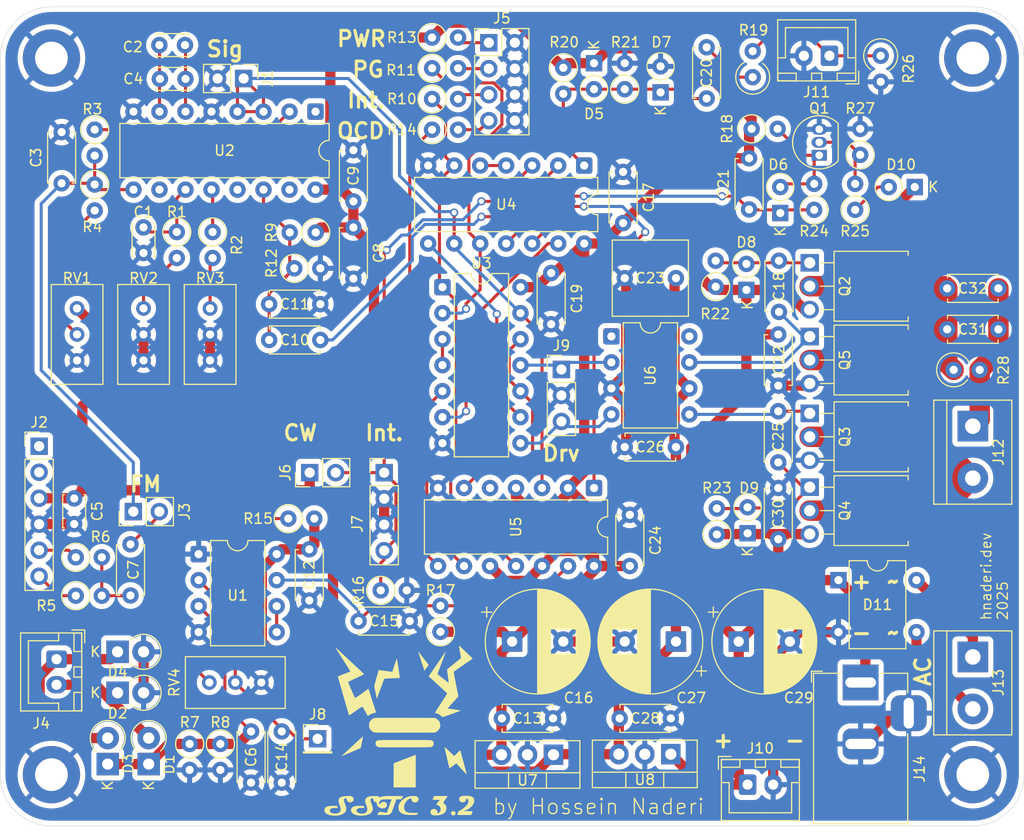
<source format=kicad_pcb>
(kicad_pcb (version 20241229) (generator "pcbnew") (generator_version "9.0")
  (layers (0 "F.Cu" signal) (2 "B.Cu" signal) (13 "F.Paste" user) (15 "B.Paste" user) (5 "F.SilkS" user "F.Silkscreen") (7 "B.SilkS" user "B.Silkscreen") (1 "F.Mask" user) (3 "B.Mask" user) (25 "Edge.Cuts" user))
  (net 0 "")
  (net 1 "+5V")
  (net 2 "Net-(U5B-~{R})")
  (net 3 "FEEDBACK")
  (net 4 "GND")
  (net 5 "Net-(D6-A)")
  (net 6 "AUDIO")
  (net 7 "Net-(D1-A)")
  (net 8 "AUDIO  RIGHT")
  (net 9 "AUDIO  LEFT")
  (net 10 "+9V")
  (net 11 "VDC")
  (net 12 "INT")
  (net 13 "POWER_GOOD")
  (net 14 "SIGNAL")
  (net 15 "DRV2")
  (net 16 "DRV1")
  (net 17 "Net-(U5A-~{R})")
  (net 18 "Net-(U5A-~{Q})")
  (net 20 "OC")
  (net 21 "OCD")
  (net 22 "OCD_STATUS")
  (net 23 "INT_INPUT")
  (net 24 "Net-(D9-A)")
  (net 25 "Net-(J11-Pin_1)")
  (net 26 "Net-(C10-Pad1)")
  (net 27 "Net-(J8-Pin_1)")
  (net 28 "Net-(D6-K)")
  (net 29 "Net-(D5-A)")
  (net 30 "Net-(Q5-G)")
  (net 31 "Net-(D3-A)")
  (net 32 "Net-(D10-A)")
  (net 33 "Net-(Q1-B)")
  (net 34 "Net-(R1-Pad2)")
  (net 35 "Net-(R4-Pad2)")
  (net 36 "Net-(U3-Pad3)")
  (net 37 "Net-(U3-Pad6)")
  (net 38 "Net-(U3-Pad9)")
  (net 39 "Net-(U4-Pad4)")
  (net 40 "Net-(U2-R1)")
  (net 41 "Net-(U2-C1)")
  (net 42 "Net-(U2-C2)")
  (net 43 "Net-(D8-A)")
  (net 44 "Net-(C20-Pad2)")
  (net 45 "Net-(Q3-G)")
  (net 46 "Net-(Q2-D)")
  (net 47 "Net-(J12-Pin_1)")
  (net 48 "Net-(J12-Pin_2)")
  (net 49 "Net-(U2-R2)")
  (net 50 "Net-(R2-Pad2)")
  (net 51 "Net-(U2-PC1)")
  (net 52 "Net-(R15-Pad1)")
  (net 53 "Net-(U1-BAL)")
  (net 60 "Net-(C7-Pad2)")
  (net 61 "Net-(J3-Pin_2)")
  (net 62 "Net-(J13-Pin_1)")
  (net 63 "Net-(J13-Pin_2)")
  (net 66 "Net-(J5-Pin_1)")
  (net 67 "Net-(J5-Pin_5)")
  (net 68 "Net-(J5-Pin_3)")
  (net 69 "Net-(J5-Pin_7)")
  (footprint "Diode_THT:D_DO-35_SOD27_P2.54mm_Vertical_KathodeUp" (layer "F.Cu") (at 101.330686 29.602056 180)
    (property "Reference" "D10")
    (property "Value" "8.2v")
  )
  (footprint "Resistor_THT:R_Axial_DIN0207_L6.3mm_D2.5mm_P2.54mm_Vertical" (layer "F.Cu") (at 91.505 31.830685 90)
    (property "Reference" "R24")
    (property "Value" "560k")
  )
  (footprint "TerminalBlock:TerminalBlock_bornier-2_P5.08mm" (layer "F.Cu") (at 107 75.5 -90)
    (property "Reference" "J13")
    (property "Value" "GDT")
  )
  (footprint "Resistor_THT:R_Axial_DIN0207_L6.3mm_D2.5mm_P2.54mm_Vertical" (layer "F.Cu") (at 33.5 84 -90)
    (property "Reference" "R8")
    (property "Value" "5.1")
  )
  (footprint "Capacitor_THT:C_Disc_D4.7mm_W2.5mm_P5.00mm" (layer "F.Cu") (at 88 64 90)
    (property "Reference" "C30")
    (property "Value" "10u")
  )
  (footprint "Capacitor_THT:CP_Radial_D10.0mm_P5.00mm" (layer "F.Cu") (at 62 74)
    (property "Reference" "C16")
    (property "Value" "470u")
  )
  (footprint "Capacitor_THT:C_Disc_D4.7mm_W2.5mm_P5.00mm" (layer "F.Cu") (at 46.495 31 90)
    (property "Reference" "C9")
    (property "Value" "100n")
  )
  (footprint "Capacitor_THT:C_Disc_D3.0mm_W2.0mm_P2.50mm" (layer "F.Cu") (at 30.095 19.04 180)
    (property "Reference" "C4")
    (property "Value" "220p")
  )
  (footprint "Resistor_THT:R_Axial_DIN0207_L6.3mm_D2.5mm_P2.54mm_Vertical" (layer "F.Cu") (at 82 63.54 90)
    (property "Reference" "R23")
    (property "Value" "1k")
  )
  (footprint "Resistor_THT:R_Axial_DIN0207_L6.3mm_D2.5mm_P2.54mm_Vertical" (layer "F.Cu") (at 85.395 23.915)
    (property "Reference" "R18")
    (property "Value" "1k")
  )
  (footprint "Capacitor_THT:C_Disc_D4.7mm_W2.5mm_P5.00mm" (layer "F.Cu") (at 72.84 28.12 -90)
    (property "Reference" "C17")
    (property "Value" "100n")
  )
  (footprint "Capacitor_THT:C_Disc_D4.7mm_W2.5mm_P5.00mm" (layer "F.Cu") (at 24.7225 64.5 -90)
    (property "Reference" "C7")
    (property "Value" "1u")
  )
  (footprint "Package_DIP:DIP-16_W7.62mm" (layer "F.Cu") (at 42.795 22.235 -90)
    (property "Reference" "U2")
    (property "Value" "4046")
  )
  (footprint "Capacitor_THT:C_Disc_D4.7mm_W2.5mm_P5.00mm" (layer "F.Cu") (at 88.066667 36.8 -90)
    (property "Reference" "C18")
    (property "Value" "100n")
  )
  (footprint "Capacitor_THT:C_Disc_D4.7mm_W2.5mm_P5.00mm" (layer "F.Cu") (at 88 56.5 90)
    (property "Reference" "C25")
    (property "Value" "100n")
  )
  (footprint "Library:BarrelJack_Horizontal" (layer "F.Cu") (at 96.0425 78 90)
    (property "Reference" "J14")
    (property "Value" "DC Jack")
  )
  (footprint "MountingHole:MountingHole_3.2mm_M3_DIN965_Pad_TopBottom" (layer "F.Cu") (at 17 87)
    (property "Reference" "H2" (hide yes))
    (property "Value" "Body")
  )
  (footprint "Resistor_THT:R_Axial_DIN0207_L6.3mm_D2.5mm_P2.54mm_Vertical" (layer "F.Cu") (at 19.3775 65.77)
    (property "Reference" "R6")
    (property "Value" "1k")
  )
  (footprint "Resistor_THT:R_Axial_DIN0207_L6.3mm_D2.5mm_P2.54mm_Vertical" (layer "F.Cu") (at 29.245 33.995 -90)
    (property "Reference" "R1")
    (property "Value" "10k")
  )
  (footprint "LOGO" (layer "F.Cu") (at 51 90)
    (property "Reference" "G***" (hide yes))
    (property "Value" "LOGO" (hide yes))
  )
  (footprint "LOGO" (layer "F.Cu") (at 51.5 81.5)
    (property "Reference" "G***" (hide yes))
    (property "Value" "LOGO" (hide yes))
  )
  (footprint "Capacitor_THT:C_Disc_D4.7mm_W2.5mm_P5.00mm" (layer "F.Cu") (at 47 72)
    (property "Reference" "C15")
    (property "Value" "1n")
  )
  (footprint "Connector_JST:JST_XH_B2B-XH-A_1x02_P2.50mm_Vertical" (layer "F.Cu") (at 93 16.78 180)
    (property "Reference" "J11")
    (property "Value" "Current Transformer")
  )
  (footprint "Connector_JST:JST_XH_B2B-XH-A_1x02_P2.50mm_Vertical" (layer "F.Cu") (at 17.5 75.72 -90)
    (property "Reference" "J4")
    (property "Value" "Current Transformer")
  )
  (footprint "Package_DIP:DIP-8_W7.62mm" (layer "F.Cu") (at 71.695 44.19)
    (property "Reference" "U6")
    (property "Value" "TC4427")
  )
  (footprint "Diode_THT:D_DO-41_SOD81_P2.54mm_Vertical_KathodeUp" (layer "F.Cu") (at 22.5 85.968234 90)
    (property "Reference" "D3")
    (property "Value" "1N5819")
  )
  (footprint "Capacitor_THT:CP_Radial_D10.0mm_P5.00mm" (layer "F.Cu") (at 84.132323 74)
    (property "Reference" "C29")
    (property "Value" "470u")
  )
  (footprint "Capacitor_THT:C_Disc_D4.7mm_W2.5mm_P5.00mm" (layer "F.Cu") (at 104.5 43.5)
    (property "Reference" "C31")
    (property "Value" "10u")
  )
  (footprint "Capacitor_THT:C_Disc_D4.7mm_W2.5mm_P5.00mm" (layer "F.Cu") (at 73.5 61.62 -90)
    (property "Reference" "C24")
    (property "Value" "100n")
  )
  (footprint "Resistor_THT:R_Axial_DIN0207_L6.3mm_D2.5mm_P2.54mm_Vertical" (layer "F.Cu") (at 54.18 21)
    (property "Reference" "R10")
    (property "Value" "330")
  )
  (footprint "Diode_THT:D_DO-41_SOD81_P2.54mm_Vertical_KathodeUp" (layer "F.Cu") (at 26.5 85.968234 90)
    (property "Reference" "D1")
    (property "Value" "1N5819")
  )
  (footprint "Connector_PinHeader_2.54mm:PinHeader_1x04_P2.54mm_Vertical" (layer "F.Cu") (at 49.5 57.5)
    (property "Reference" "J7")
    (property "Value" "Interrupter")
  )
  (footprint "Connector_JST:JST_XH_B2B-XH-A_1x02_P2.50mm_Vertical" (layer "F.Cu") (at 85 87.975)
    (property "Reference" "J10")
    (property "Value" "~")
  )
  (footprint "Resistor_THT:R_Axial_DIN0207_L6.3mm_D2.5mm_P2.54mm_Vertical" (layer "F.Cu") (at 55 73.045 90)
    (property "Reference" "R17")
    (property "Value" "1k")
  )
  (footprint "TerminalBlock:TerminalBlock_bornier-2_P5.08mm" (layer "F.Cu") (at 107 52.96 -90)
    (property "Reference" "J12")
    (property "Value" "GDT")
  )
  (footprint "Diode_THT:D_DO-41_SOD81_P2.54mm_Vertical_KathodeUp" (layer "F.Cu") (at 23.46 79)
    (property "Reference" "D2")
    (property "Value" "1N5819")
  )
  (footprint "Capacitor_THT:C_Disc_D4.7mm_W2.5mm_P5.00mm" (layer "F.Cu") (at 73 55)
    (property "Reference" "C26")
    (property "Value" "100n")
  )
  (footprint "Connector_PinHeader_2.54mm:PinHeader_1x03_P2.54mm_Vertical" (layer "F.Cu") (at 66.815 47.42)
    (property "Reference" "J9")
    (property "Value" "Drive TP")
  )
  (footprint "Resistor_THT:R_Axial_DIN0207_L6.3mm_D2.5mm_P2.54mm_Vertical" (layer "F.Cu") (at 96 26.46 90)
    (property "Reference" "R27")
    (property "Value" "1k")
  )
  (footprint "Resistor_THT:R_Axial_DIN0207_L6.3mm_D2.5mm_P2.54mm_Vertical" (layer "F.Cu") (at 54.18 24)
    (property "Reference" "R14")
    (property "Value" "330")
  )
  (footprint "Library:TO-251-3-1EP_Horizontal_TabDown" (layer "F.Cu") (at 91.066667 37 -90)
    (property "Reference" "Q2")
    (property "Value" "IRFU9024N")
  )
  (footprint "Resistor_THT:R_Axial_DIN0207_L6.3mm_D2.5mm_P2.54mm_Vertical" (layer "F.Cu") (at 81.881667 39.34 90)
    (property "Reference" "R22")
    (property "Value" "1k")
  )
  (footprint "Package_DIP:DIP-14_W7.62mm" (layer "F.Cu") (at 70 59 -90)
    (property "Reference" "U5")
    (property "Value" "74HC74")
  )
  (footprint "Capacitor_THT:C_Disc_D4.7mm_W2.5mm_P5.00mm" (layer "F.Cu") (at 65.815 38 -90)
    (property "Reference" "C19")
    (property "Value" "100n")
  )
  (footprint "Capacitor_THT:C_Disc_D4.7mm_W2.5mm_P5.00mm" (layer "F.Cu") (at 38.265 41.04)
    (property "Reference" "C11")
    (property "Value" "1n")
  )
  (footprint "Diode_THT:D_DO-35_SOD27_P2.54mm_Vertical_KathodeUp" (layer "F.Cu") (at 84.881667 39.651371 90)
    (property "Reference" "D8")
    (property "Value" "1N4148")
  )
  (footprint "Connector_PinHeader_2.54mm:PinHeader_1x02_P2.54mm_Vertical" (layer "F.Cu") (at 42.225 57.5 90)
    (property "Reference" "J6")
    (property "Value" "CW")
  )
  (footprint "Resistor_THT:R_Axial_DIN0207_L6.3mm_D2.5mm_P2.54mm_Vertical" (layer "F.Cu") (at 42.815 34.04 180)
    (property "Reference" "R9")
    (property "Value" "10k")
  )
  (footprint "Resistor_THT:R_Axial_DIN0207_L6.3mm_D2.5mm_P2.54mm_Vertical" (layer "F.Cu") (at 19.3775 69.52)
    (property "Reference" "R5")
    (property "Value" "1k")
  )
  (footprint "Capacitor_THT:C_Disc_D4.7mm_W2.5mm_P5.00mm" (layer "F.Cu") (at 46.495 33.55 -90)
    (property "Reference" "C8")
    (property "Value" "10u")
  )
  (footprint "Resistor_THT:R_Axial_DIN0207_L6.3mm_D2.5mm_P2.54mm_Vertical" (layer "F.Cu") (at 54.18 15)
    (property "Reference" "R13")
    (property "Value" "330")
  )
  (footprint "Diode_THT:D_DO-35_SOD27_P2.54mm_Vertical_KathodeUp" (layer "F.Cu") (at 85 63.425686 90)
    (property "Reference" "D9")
    (property "Value" "1N4148")
  )
  (footprint "MountingHole:MountingHole_3.2mm_M3_DIN965_Pad_TopBottom" (layer "F.Cu") (at 17 17)
    (property "Reference" "H1" (hide yes))
    (property "Value" "Body")
  )
  (footprint "Capacitor_THT:C_Disc_D3.0mm_W2.0mm_P2.50mm" (layer "F.Cu") (at 19.2225 60.02 -90)
    (property "Reference" "C5")
    (property "Value" "22u")
  )
  (footprint "Resistor_THT:R_Axial_DIN0207_L6.3mm_D2.5mm_P2.54mm_Vertical" (layer "F.Cu") (at 67 17.955 -90)
    (property "Reference" "R20")
    (property "Value" "10k")
  )
  (footprint "Capacitor_THT:C_Disc_D4.7mm_W2.5mm_P5.00mm" (layer "F.Cu") (at 17.995 29.235 90)
    (property "Reference" "C3")
    (property "Value" "10n")
  )
  (footprint "Resistor_THT:R_Axial_DIN0309_L9.0mm_D3.2mm_P2.54mm_Vertical" (layer "F.Cu") (at 85.5 18.87 90)
    (property "Reference" "R19")
    (property "Value" "1k")
  )
  (footprint "Resistor_THT:R_Axial_DIN0207_L6.3mm_D2.5mm_P2.54mm_Vertical" (layer "F.Cu") (at 32.745 33.995 -90)
    (property "Reference" "R2")
    (property "Value" "10k")
  )
  (footprint "Diode_THT:D_DO-35_SOD27_P2.54mm_Vertical_KathodeUp" (layer "F.Cu") (at 76.5 20.356371 90)
    (property "Reference" "D7")
    (property "Value" "1N4148")
  )
  (footprint "Capacitor_THT:C_Disc_D4.7mm_W2.5mm_P5.00mm" (layer "F.Cu") (at 81 20.955 90)
    (property "Reference" "C20")
    (property "Value" "100n")
  )
  (footprint "Resistor_THT:R_Axial_DIN0207_L6.3mm_D2.5mm_P2.54mm_Vertical" (layer "F.Cu") (at 73 20.045 90)
    (property "Reference" "R21")
    (property "Value" "10k")
  )
  (footprint "Package_DIP:DIP-14_W7.62mm" (layer "F.Cu") (at 55.195 39.38)
    (property "Reference" "U3")
    (property "Value" "7408")
  )
  (footprint "Resistor_THT:R_Axial_DIN0309_L9.0mm_D3.2mm_P2.54mm_Vertical" (layer "F.Cu") (at 98 16.78 -90)
    (property "Reference" "R26")
    (property "Value" "1k")
  )
  (footprint "Resistor_THT:R_Axial_DIN0207_L6.3mm_D2.5mm_P2.54mm_Vertical" (layer "F.Cu") (at 21.225 29.355 -90)
    (property "Reference" "R4")
    (property "Value" "120k")
  )
  (footprint "Package_DIP:DIP-8_W7.62mm" (layer "F.Cu") (at 31.38 65.46)
    (property "Reference" "U1")
    (property "Value" "LM311")
  )
  (footprint "Resistor_THT:R_Axial_DIN0207_L6.3mm_D2.5mm_P2.54mm_Vertical" (layer "F.Cu") (at 40.725 37.54)
    (property "Reference" "R12")
    (property "Value" "10k")
  )
  (footprint "Package_DIP:DIP-14_W7.62mm" (layer "F.Cu") (at 69.04 27.5 -90)
    (property "Reference" "U4")
    (property "Value" "74HC14")
  )
  (footprint "Potentiometer_THT:Potentiometer_Bourns_3296W_Vertical" (layer "F.Cu") (at 25.995 41.46 90)
    (property "Reference" "RV2")
    (property "Value" "50k")
  )
  (footprint "Resistor_THT:R_Axial_DIN0309_L9.0mm_D3.2mm_P2.54mm_Vertical" (layer "F.Cu") (at 105.13 47.46)
    (property "Reference" "R28")
    (property "Value" "10")
  )
  (footprint "Library:TO-251-3-1EP_Horizontal_TabDown" (layer "F.Cu") (at 91.066667 44.21 -90)
    (property "Reference" "Q5")
    (property "Value" "IRFU024NPBF")
  )
  (footprint "Resistor_THT:R_Axial_DIN0207_L6.3mm_D2.5mm_P2.54mm_Vertical" (layer "F.Cu") (at 95.505 31.830685 90)
    (property "Reference" "R25")
    (property "Value" "1k")
  )
  (footprint "Resistor_THT:R_Axial_DIN0207_L6.3mm_D2.5mm_P2.54mm_Vertical" (layer "F.Cu") (at 49.165 69)
    (property "Reference" "R16")
    (property "Value" "1k")
  )
  (footprint "Capacitor_THT:C_Disc_D4.7mm_W2.5mm_P5.00mm" (layer "F.Cu") (at 43.265 44.54 180)
    (property "Reference" "C10")
    (property "Value" "100n")
  )
  (footprint "Capacitor_THT:C_Disc_D4.7mm_W2.5mm_P5.00mm" (layer "F.Cu") (at 61 81.5)
    (property "Reference" "C13")
    (property "Value" "100n")
  )
  (footprint "Library:TO-251-3-1EP_Horizontal_TabDown" (layer "F.Cu") (at 91.066667 58.92 -90)
    (property "Reference" "Q4")
    (property "Value" "IRFU9024N")
  )
  (footprint "Capacitor_THT:C_Disc_D3.0mm_W2.0mm_P2.50mm" (layer "F.Cu") (at 30.045 15.735 180)
    (property "Reference" "C2")
    (property "Value" "extra")
  )
  (footprint "Capacitor_THT:C_Disc_D4.7mm_W2.5mm_P5.00mm" (layer "F.Cu") (at 42.185 69.99 90)
    (property "Reference" "C12")
    (property "Value" "100n")
  )
  (footprint "MountingHole:MountingHole_3.2mm_M3_DIN965_Pad_TopBottom" (layer "F.Cu") (at 107 17)
    (property "Reference" "H3" (hide yes))
    (property "Value" "Body")
  )
  (footprint "Diode_THT:D_DO-35_SOD27_P2.54mm_Vertical_KathodeUp" (layer "F.Cu") (at 88.195 32.142056 90)
    (property "Reference" "D6")
    (property "Value" "BAT43")
  )
  (footprint "Capacitor_THT:C_Disc_D4.7mm_W2.5mm_P5.00mm" (layer "F.Cu") (at 88 44 -90)
    (property "Reference" "C22")
    (property "Value" "10u")
  )
  (footprint "Diode_THT:D_DO-41_SOD81_P2.54mm_Vertical_KathodeUp" (layer "F.Cu") (at 23.46 75)
    (property "Reference" "D4")
    (property "Value" "1N5819")
  )
  (footprint "Capacitor_THT:C_Disc_D3.0mm_W2.0mm_P2.50mm" (layer "F.Cu") (at 25.995 33.545 -90)
    (property "Reference" "C1")
    (property "Value" "47p")
  )
  (footprint "Connector_PinHeader_2.54mm:PinHeader_1x01_P2.54mm_Vertical" (layer "F.Cu") (at 43 83.5)
    (property "Reference" "J8")
    (property "Value" "OCD TP")
  )
  (footprint "Resistor_THT:R_Axial_DIN0207_L6.3mm_D2.5mm_P2.54mm_Vertical" (layer "F.Cu") (at 40.14 61.99)
    (property "Reference" "R15")
    (property "Value" "1.8k")
  )
  (footprint "Resistor_THT:R_Axial_DIN0207_L6.3mm_D2.5mm_P2.54mm_Vertical" (layer "F.Cu") (at 54.185 18)
    (property "Reference" "R11")
    (property "Value" "330")
  )
  (footprint "Capacitor_THT:CP_Radial_D10.0mm_P5.00mm" (layer "F.Cu") (at 78 74 180)
    (property "Reference" "C27")
    (property "Value" "470u")
  )
  (footprint "Potentiometer_THT:Potentiometer_Bourns_3296W_Vertical" (layer "F.Cu") (at 19.5 41.46 90)
    (property "Reference" "RV1")
    (property "Value" "50k")
  )
  (footprint "Package_TO_SOT_THT:TO-92_Inline" (layer "F.Cu") (at 92 26.5 90)
    (property "Reference" "Q1")
    (property "Value" "BC547")
  )
  (footprint "Connector_PinHeader_2.54mm:PinHeader_1x02_P2.54mm_Vertical" (layer "F.Cu") (at 25 61.305 90)
    (property "Reference" "J3")
    (property "Value" "FM")
  )
  (footprint "Capacitor_THT:C_Disc_D4.7mm_W2.5mm_P5.00mm" (layer "F.Cu") (at 36.5 82.78 -90)
    (property "Reference" "C6")
    (property "Value" "1n")
  )
  (footprint "Diode_THT:D_DO-35_SOD27_P2.54mm_Vertical_KathodeUp" (layer "F.Cu") (at 70 17.505 -90)
    (property "Reference" "D5")
    (property "Value" "1N4148")
  )
  (footprint "Library:TO-251-3-1EP_Horizontal_TabDown" (layer "F.Cu") (at 91.066667 51.71 -90)
    (property "Reference" "Q3")
    (property "Value" "IRFU024NPBF")
  )
  (footprint "Potentiometer_THT:Potentiometer_Bourns_3296W_Vertical" (layer "F.Cu") (at 37.5 78)
    (property "Reference" "RV4")
    (property "Value" "10k")
  )
  (footprint "Package_TO_SOT_THT:TO-220-3_Vertical" (layer "F.Cu") (at 66.04 85.055 180)
    (property "Reference" "U7")
    (property "Value" "LM7805_TO220")
  )
  (footprint "Capacitor_THT:C_Rect_L7.2mm_W7.2mm_P5.00mm_FKS2_FKP2_MKS2_MKP2" (layer "F.Cu") (at 73 38.5)
    (property "Reference" "C23")
    (property "Value" "2u")
  )
  (footprint "Package_TO_SOT_THT:TO-220-3_Vertical" (layer "F.Cu") (at 77.5 85 180)
    (property "Reference" "U8")
    (property "Value" "LM7809_TO220")
  )
  (footprint "Diode_THT:Diode_Bridge_DIP-4_W7.62mm_P5.08mm" (layer "F.Cu") (at 93.88 68)
    (property "Reference" "D11")
    (property "Value" "D_Bridge_+-AA")
  )
  (footprint "Capacitor_THT:C_Disc_D4.7mm_W2.5mm_P5.00mm" (layer "F.Cu") (at 72.5 81.5)
    (property "Reference" "C28")
    (property "Value" "100n")
  )
  (footprint "MountingHole:MountingHole_3.2mm_M3_DIN965_Pad_TopBottom" (layer "F.Cu") (at 107 87)
    (property "Reference" "H4" (hide yes))
    (property "Value" "Body")
  )
  (footprint "Connector_PinHeader_2.54mm:PinHeader_1x02_P2.54mm_Vertical" (layer "F.Cu") (at 35.775 19 -90)
    (property "Reference" "J1")
    (property "Value" "Signal TP")
  )
  (footprint "Capacitor_THT:C_Disc_D4.7mm_W2.5mm_P5.00mm" (layer "F.Cu") (at 104.5 39.5)
    (property "Reference" "C32")
    (property "Value" "10u")
  )
  (footprint "Resistor_THT:R_Axial_DIN0207_L6.3mm_D2.5mm_P2.54mm_Vertical" (layer "F.Cu") (at 21.225 23.995 -90)
    (property "Reference" "R3")
    (property "Value" "22k")
  )
  (footprint "Resistor_THT:R_Axial_DIN0207_L6.3mm_D2.5mm_P2.54mm_Vertical" (layer "F.Cu") (at 30.5 84 -90)
    (property "Reference" "R7")
    (property "Value" "5.1")
  )
  (footprint "Potentiometer_THT:Potentiometer_Bourns_3296W_Vertical" (layer "F.Cu") (at 32.495 41.46 90)
    (property "Reference" "RV3")
    (property "Value" "50k")
  )
  (footprint "Capacitor_THT:C_Disc_D4.7mm_W2.5mm_P5.00mm" (layer "F.Cu") (at 85.145 31.790685 90)
    (property "Reference" "C21")
    (property "Value" "2.2u")
  )
  (footprint "Connector_PinHeader_2.54mm:PinHeader_2x04_P2.54mm_Vertical" (layer "F.Cu") (at 59.725 15.5)
    (property "Reference" "J5")
    (property "Value" "Status")
  )
  (footprint "Connector_PinHeader_2.54mm:PinHeader_1x06_P2.54mm_Vertical" (layer "F.Cu") (at 15.7975 54.92)
    (property "Reference" "J2")
    (property "Value" "Bluetooth Module (MH-M18)")
  )
  (footprint "Capacitor_THT:C_Disc_D4.7mm_W2.5mm_P5.00mm" (layer "F.Cu") (at 39.5 87.78 90)
    (property "Reference" "C14")
    (property "Value" "100n")
  )
  (gr_rect (start 101 56.5) (end 103 58) (stroke (width 0.2)) (fill yes) (layer "F.Cu") (net 48))
  (gr_rect (start 95.5 40) (end 104 46) (stroke (width 0.2)) (fill yes) (layer "F.Cu") (net 46))
  (gr_rect (start 95.5 56) (end 101.5 60) (stroke (width 0.2)) (fill yes) (layer "F.Cu") (net 48))
  (gr_line (start 107 92) (end 17 92) (stroke (width 0.05)) (layer "Edge.Cuts"))
  (gr_line (start 12 87) (end 12 17) (stroke (width 0.05)) (layer "Edge.Cuts"))
  (gr_line (start 17 12) (end 107 12) (stroke (width 0.05)) (layer "Edge.Cuts"))
  (gr_arc (start 107 12) (mid 110.535534 13.464466) (end 112 17) (stroke (width 0.05)) (layer "Edge.Cuts"))
  (gr_arc (start 12 17) (mid 13.464466 13.464466) (end 17 12) (stroke (width 0.05)) (layer "Edge.Cuts"))
  (gr_arc (start 17 92) (mid 13.464466 90.535534) (end 12 87) (stroke (width 0.05)) (layer "Edge.Cuts"))
  (gr_line (start 112 17) (end 112 87) (stroke (width 0.05)) (layer "Edge.Cuts"))
  (gr_arc (start 112 87) (mid 110.535534 90.535534) (end 107 92) (stroke (width 0.05)) (layer "Edge.Cuts"))
  (gr_text "-" (at 95 74 0) (layer "F.SilkS") (effects (font (size 1.5 1.5) (thickness 0.3) (bold yes)) (justify left bottom)))
  (gr_text "-" (at 88.5 84.5 0) (layer "F.SilkS") (effects (font (size 1.5 1.5) (thickness 0.3) (bold yes)) (justify left bottom)))
  (gr_text "+" (at 95 69 0) (layer "F.SilkS") (effects (font (size 1.5 1.5) (thickness 0.3) (bold yes)) (justify left bottom)))
  (gr_text "Drv" (at 64.815 56.5 0) (layer "F.SilkS") (effects (font (size 1.5 1.5) (thickness 0.3) (bold yes)) (justify left bottom)))
  (gr_text "CW" (at 39.5 54.5 0) (layer "F.SilkS") (effects (font (size 1.5 1.5) (thickness 0.3) (bold yes)) (justify left bottom)))
  (gr_text "~" (at 98.5 74 0) (layer "F.SilkS") (effects (font (size 1.5 1.5) (thickness 0.3) (bold yes)) (justify left bottom)))
  (gr_text "Int." (at 47.5 54.5 0) (layer "F.SilkS") (effects (font (size 1.5 1.5) (thickness 0.3) (bold yes)) (justify left bottom)))
  (gr_text "AC" (at 103 78.5 90) (layer "F.SilkS") (effects (font (size 1.5 1.5) (thickness 0.3) (bold yes)) (justify left bottom)))
  (gr_text "by Hossein Naderi" (at 60 91 0) (layer "F.SilkS") (effects (font (size 1.5 1.5) (thickness 0.125)) (justify left bottom)))
  (gr_text "OCD" (at 44.725 25 0) (layer "F.SilkS") (effects (font (size 1.5 1.5) (thickness 0.3) (bold yes)) (justify left bottom)))
  (gr_text "Sig" (at 32 17 0) (layer "F.SilkS") (effects (font (size 1.5 1.5) (thickness 0.3) (bold yes)) (justify left bottom)))
  (gr_text "Int." (at 45.725 22 0) (layer "F.SilkS") (effects (font (size 1.5 1.5) (thickness 0.3) (bold yes)) (justify left bottom)))
  (gr_text "+" (at 81.5 84.5 0) (layer "F.SilkS") (effects (font (size 1.5 1.5) (thickness 0.3) (bold yes)) (justify left bottom)))
  (gr_text "PWR" (at 44.725 16 0) (layer "F.SilkS") (effects (font (size 1.5 1.5) (thickness 0.3) (bold yes)) (justify left bottom)))
  (gr_text "PG" (at 46.225 19 0) (layer "F.SilkS") (effects (font (size 1.5 1.5) (thickness 0.3) (bold yes)) (justify left bottom)))
  (gr_text "~" (at 98.5 69 0) (layer "F.SilkS") (effects (font (size 1.5 1.5) (thickness 0.3) (bold yes)) (justify left bottom)))
  (gr_text "FM" (at 24.5 59.5 0) (layer "F.SilkS") (effects (font (size 1.5 1.5) (thickness 0.3) (bold yes)) (justify left bottom)))
  (gr_text "hnaderi.dev\n2025" (at 110.5 72 90) (layer "F.SilkS") (effects (font (size 1 1) (thickness 0.125)) (justify left bottom)))
  (segment (start 67.45 17.505) (end 67 17.955) (width 1) (layer "F.Cu") (net 1))
  (segment (start 42.225 58.995001) (end 42 59.220001) (width 1) (layer "F.Cu") (net 1))
  (segment (start 62.38 59.88) (end 62.38 59) (width 1) (layer "F.Cu") (net 1))
  (segment (start 70 66) (end 70 61.54) (width 1) (layer "F.Cu") (net 1))
  (segment (start 66.371 65.169) (end 69.169 65.169) (width 1) (layer "F.Cu") (net 1))
  (segment (start 70.84 35.12) (end 72.84 33.12) (width 1) (layer "F.Cu") (net 1))
  (segment (start 70 17.505) (end 67.45 17.505) (width 1) (layer "F.Cu") (net 1))
  (segment (start 42.795 29.855) (end 45.35 29.855) (width 1) (layer "F.Cu") (net 1))
  (segment (start 85.395 23.915) (end 85.395 22.895) (width 1) (layer "F.Cu") (net 1))
  (segment (start 70 66.62) (end 70 66) (width 1) (layer "F.Cu") (net 1))
  (segment (start 55.631 13.549) (end 62.594 13.549) (width 1) (layer "F.Cu") (net 1))
  (segment (start 20.022499 59.220001) (end 20.022499 50.977501) (width 1) (layer "F.Cu") (net 1))
  (segment (start 66 61) (end 63.5 61) (width 1) (layer "F.Cu") (net 1))
  (segment (start 64.92 66.62) (end 66.371 65.169) (width 1) (layer "F.Cu") (net 1))
  (segment (start 85.145 26.790685) (end 85.145 24.165) (width 1) (layer "F.Cu") (net 1))
  (segment (start 60.96 85) (end 60.96 75.04) (width 1) (layer "F.Cu") (net 1))
  (segment (start 62 74) (end 64 72) (width 1) (layer "F.Cu") (net 1))
  (segment (start 43.305 33.55) (end 42.815 34.04) (width 1) (layer "F.Cu") (net 1))
  (segment (start 46.495 31) (end 46.495 33.55) (width 1) (layer "F.Cu") (net 1))
  (segment (start 20.022499 59.220001) (end 19.2225 60.02) (width 1) (layer "F.Cu") (net 1))
  (segment (start 69.04 57.42) (end 69.04 35.12) (width 1) (layer "F.Cu") (net 1))
  (segment (start 44.246 28.751) (end 44.246 16.254) (width 1) (layer "F.Cu") (net 1))
  (segment (start 55 73.045) (end 61.045 73.045) (width 1) (layer "F.Cu") (net 1))
  (segment (start 65.815 38) (end 66.16 38) (width 1) (layer "F.Cu") (net 1))
  (segment (start 72.84 33.12) (end 79.169315 26.790685) (width 1) (layer "F.Cu") (net 1))
  (segment (start 62.815 39.38) (end 64.435 39.38) (width 1) (layer "F.Cu") (net 1))
  (segment (start 38.5 46.5) (end 36.5 48.5) (width 1) (layer "F.Cu") (net 1))
  (segment (start 36.5 48.5) (end 22.5 48.5) (width 1) (layer "F.Cu") (net 1))
  (segment (start 67.46 59) (end 67.46 59.54) (width 1) (layer "F.Cu") (net 1))
  (segment (start 69.169 65.169) (end 70 66) (width 1) (layer "F.Cu") (net 1))
  (segment (start 44.995 46.5) (end 38.5 46.5) (width 1) (layer "F.Cu") (net 1))
  (segment (start 65.066012 72) (end 70.446012 66.62) (width 1) (layer "F.Cu") (net 1))
  (segment (start 44.5 74.357024) (end 44.5 61.270001) (width 1) (layer "F.Cu") (net 1))
  (segment (start 61.045 73.045) (end 62 74) (width 1) (layer "F.Cu") (net 1))
  (segment (start 22.5 48.5) (end 22.5 44.46) (width 1) (layer "F.Cu") (net 1))
  (segment (start 15.7975 60) (end 19.2025 60) (width 1) (layer "F.Cu") (net 1))
  (segment (start 48.5 35.555) (end 48.5 42.995) (width 1) (layer "F.Cu") (net 1))
  (segment (start 20.022499 50.977501) (end 22.5 48.5) (width 1) (layer "F.Cu") (net 1))
  (segment (start 61.291 68.071) (end 59.84 66.62) (width 1) (layer "F.Cu") (net 1))
  (segment (start 42 59.220001) (end 20.022499 59.220001) (width 1) (layer "F.Cu") (net 1))
  (segment (start 60.96 75.04) (end 62 74) (width 1) (layer "F.Cu") (net 1))
  (segment (start 70.446012 66.62) (end 72 66.62) (width 1) (layer "F.Cu") (net 1))
  (segment (start 46.495 33.55) (end 48.5 35.555) (width 1) (layer "F.Cu") (net 1))
  (segment (start 63.5 61) (end 62.38 59.88) (width 1) (layer "F.Cu") (net 1))
  (segment (start 45.5 15) (end 54.18 15) (width 1) (layer "F.Cu") (net 1))
  (segment (start 64.92 66.62) (end 63.469 68.071) (width 1) (layer "F.Cu") (net 1))
  (segment (start 79.169315 26.790685) (end 85.145 26.790685) (width 1) (layer "F.Cu") (net 1))
  (segment (start 66.16 38) (end 69.04 35.12) (width 1) (layer "F.Cu") (net 1))
  (segment (start 22.5 44.46) (end 19.5 41.46) (width 1) (layer "F.Cu") (net 1))
  (segment (start 44.246 16.254) (end 45.5 15) (width 1) (layer "F.Cu") (net 1))
  (segment (start 70 61.54) (end 67.46 59) (width 1) (layer "F.Cu") (net 1))
  (segment (start 54.18 15) (end 55.631 13.549) (width 1) (layer "F.Cu") (net 1))
  (segment (start 60.96 85.055) (end 55.197976 85.055) (width 1) (layer "F.Cu") (net 1))
  (segment (start 45.35 29.855) (end 46.495 31) (width 1) (layer "F.Cu") (net 1))
  (segment (start 67.46 59) (end 69.04 57.42) (width 1) (layer "F.Cu") (net 1))
  (segment (start 64.435 39.38) (end 65.815 38) (width 1) (layer "F.Cu") (net 1))
  (segment (start 71.451 16.054) (end 70 17.505) (width 1) (layer "F.Cu") (net 1))
  (segment (start 48.5 42.995) (end 44.995 46.5) (width 1) (layer "F.Cu") (net 1))
  (segment (start 69.04 35.12) (end 70.84 35.12) (width 1) (layer "F.Cu") (net 1))
  (segment (start 85.395 22.895) (end 78.554 16.054) (width 1) (layer "F.Cu") (net 1))
  (segment (start 62.594 13.549) (end 67 17.955) (width 1) (layer "F.Cu") (net 1))
  (segment (start 44.5 61.270001) (end 42.225 58.995001) (width 1) (layer "F.Cu") (net 1))
  (segment (start 64 72) (end 65.066012 72) (width 1) (layer "F.Cu") (net 1))
  (segment (start 67.46 59.54) (end 66 61) (width 1) (layer "F.Cu") (net 1))
  (segment (start 46.495 31) (end 44.246 28.751) (width 1) (layer "F.Cu") (net 1))
  (segment (start 72 66.62) (end 73.5 66.62) (width 1) (layer "F.Cu") (net 1))
  (segment (start 42.225 57.5) (end 42.225 58.995001) (width 1) (layer "F.Cu") (net 1))
  (segment (start 55.197976 85.055) (end 44.5 74.357024) (width 1) (layer "F.Cu") (net 1))
  (segment (start 46.495 33.55) (end 43.305 33.55) (width 1) (layer "F.Cu") (net 1))
  (segment (start 78.554 16.054) (end 71.451 16.054) (width 1) (layer "F.Cu") (net 1))
  (segment (start 70 66.62) (end 72 66.62) (width 1) (layer "F.Cu") (net 1))
  (segment (start 61.291 68.071) (end 63.469 68.071) (width 1) (layer "F.Cu") (net 1))
  (segment (start 85.145 24.165) (end 85.395 23.915) (width 1) (layer "F.Cu") (net 1))
  (segment (start 55 70.505) (end 48.495 70.505) (width 0.3) (layer "F.Cu") (net 2))
  (segment (start 48.495 70.505) (end 47 72) (width 0.3) (layer "F.Cu") (net 2))
  (segment (start 63.575 70.505) (end 67.46 66.62) (width 0.3) (layer "F.Cu") (net 2))
  (segment (start 55 70.505) (end 63.575 70.505) (width 0.3) (layer "F.Cu") (net 2))
  (segment (start 39 68) (end 44 68) (width 0.3) (layer "B.Cu") (net 2))
  (segment (start 44 68) (end 47 71) (width 0.3) (layer "B.Cu") (net 2))
  (segment (start 47 71) (end 47 72) (width 0.3) (layer "B.Cu") (net 2))
  (segment (start 40.275 34.04) (end 40.275 37.09) (width 0.3) (layer "F.Cu") (net 3))
  (segment (start 37.715 31.48) (end 40.275 34.04) (width 0.3) (layer "F.Cu") (net 3))
  (segment (start 38.265 40) (end 38.265 41.04) (width 0.3) (layer "F.Cu") (net 3))
  (segment (start 40.725 37.54) (end 38.265 40) (width 0.3) (layer "F.Cu") (net 3))
  (segment (start 38.265 41.04) (end 38.265 44.54) (width 0.3) (layer "F.Cu") (net 3))
  (segment (start 37.715 29.855) (end 37.715 31.48) (width 0.3) (layer "F.Cu") (net 3))
  (segment (start 88 49) (end 90.856667 49) (width 1) (layer "F.Cu") (net 4))
  (segment (start 73 74) (end 67 74) (width 1) (layer "F.Cu") (net 4))
  (segment (start 99.5 81) (end 96.5 84) (width 1) (layer "F.Cu") (net 4))
  (segment (start 32.495 44) (end 32.495 46.54) (width 1) (layer "F.Cu") (net 4))
  (segment (start 87.5 87.975) (end 87.5 75.632323) (width 1) (layer "F.Cu") (net 4))
  (segment (start 73.146 47.819) (end 71.695 49.27) (width 1) (layer "F.Cu") (net 4))
  (segment (start 49.5 60.04) (end 49.5 62.58) (width 1) (layer "F.Cu") (net 4))
  (segment (start 90.052323 73.08) (end 89.132323 74) (width 1) (layer "F.Cu") (net 4))
  (segment (start 73.146 54.854) (end 73.146 50.721) (width 1) (layer "F.Cu") (net 4))
  (segment (start 93.88 73.08) (end 90.052323 73.08) (width 1) (layer "F.Cu") (net 4))
  (segment (start 26 75) (end 26 79) (width 1) (layer "F.Cu") (net 4))
  (segment (start 73.146 38.646) (end 73.146 47.819) (width 1) (layer "F.Cu") (net 4))
  (segment (start 19.2225 62.52) (end 15.8175 62.52) (width 1) (layer "F.Cu") (net 4))
  (segment (start 71.695 49.27) (end 73.146 50.721) (width 1) (layer "F.Cu") (net 4))
  (segment (start 25.995 44) (end 25.995 46.54) (width 1) (layer "F.Cu") (net 4))
  (segment (start 87.5 75.632323) (end 89.132323 74) (width 1) (layer "F.Cu") (net 4))
  (segment (start 91.505 29.290685) (end 91.505 26.995) (width 0.3) (layer "F.Cu") (net 5))
  (segment (start 91.505 26.995) (end 92 26.5) (width 0.3) (layer "F.Cu") (net 5))
  (segment (start 90.52 26.5) (end 87.935 23.915) (width 0.3) (layer "F.Cu") (net 5))
  (segment (start 92 26.5) (end 90.52 26.5) (width 0.3) (layer "F.Cu") (net 5))
  (segment (start 91.505 29.290685) (end 88.506371 29.290685) (width 0.3) (layer "F.Cu") (net 5))
  (segment (start 25.015 29.855) (end 21.725 29.855) (width 0.3) (layer "F.Cu") (net 6))
  (segment (start 21.725 29.855) (end 21.225 29.355) (width 0.3) (layer "F.Cu") (net 6))
  (segment (start 21.225 29.355) (end 21.225 26.535) (width 0.3) (layer "F.Cu") (net 6))
  (segment (start 17.995 29.235) (end 21.105 29.235) (width 0.3) (layer "F.Cu") (net 6))
  (segment (start 25 61.305) (end 25 56.5) (width 0.3) (layer "B.Cu") (net 6))
  (segment (start 25 56.5) (end 16 47.5) (width 0.3) (layer "B.Cu") (net 6))
  (segment (start 16 47.5) (end 16 31.23) (width 0.3) (layer "B.Cu") (net 6))
  (segment (start 16 31.23) (end 17.995 29.235) (width 0.3) (layer "B.Cu") (net 6))
  (segment (start 17.5 78.22) (end 21.291766 78.22) (width 1) (layer "F.Cu") (net 7))
  (segment (start 21.291766 78.22) (end 26.5 83.428234) (width 1) (layer "F.Cu") (net 7))
  (segment (start 15.7975 67.62) (end 17.6975 69.52) (width 0.3) (layer "F.Cu") (net 8))
  (segment (start 17.6975 69.52) (end 19.3775 69.52) (width 0.3) (layer "F.Cu") (net 8))
  (segment (start 15.7975 65.08) (end 18.6875 65.08) (width 0.3) (layer "F.Cu") (net 9))
  (segment (start 18.6875 65.08) (end 19.3775 65.77) (width 0.3) (layer "F.Cu") (net 9))
  (segment (start 39 65.46) (end 37.549 66.911) (width 1) (layer "F.Cu") (net 10))
  (segment (start 42.68 64.495) (end 42.185 64.99) (width 1) (layer "F.Cu") (net 10))
  (segment (start 42.185 64.99) (end 39.47 64.99) (width 1) (layer "F.Cu") (net 10))
  (segment (start 77.864 38.636) (end 77.864 47.819) (width 1) (layer "F.Cu") (net 10))
  (segment (start 77.864 47.819) (end 79.315 49.27) (width 1) (layer "F.Cu") (net 10))
  (segment (start 72.42 79.58) (end 78 74) (width 1) (layer "F.Cu") (net 10))
  (segment (start 77.864 50.721) (end 79.315 49.27) (width 1) (layer "F.Cu") (net 10))
  (segment (start 37.549 66.911) (end 37.549 74.049) (width 1) (layer "F.Cu") (net 10))
  (segment (start 42.68 61.99) (end 42.68 64.495) (width 1) (layer "F.Cu") (net 10))
  (segment (start 72.42 85) (end 72.42 79.58) (width 1) (layer "F.Cu") (net 10))
  (segment (start 64.389 86.706) (end 66.04 85.055) (width 1) (layer "F.Cu") (net 10))
  (segment (start 77.864 54.864) (end 77.864 50.721) (width 1) (layer "F.Cu") (net 10))
  (segment (start 37.549 74.049) (end 50.206 86.706) (width 1) (layer "F.Cu") (net 10))
  (segment (start 72.42 85) (end 66.095 85) (width 1) (layer "F.Cu") (net 10))
  (segment (start 39.47 64.99) (end 39 65.46) (width 1) (layer "F.Cu") (net 10))
  (segment (start 50.206 86.706) (end 64.389 86.706) (width 1) (layer "F.Cu") (net 10))
  (segment (start 78 74) (end 78 55) (width 1) (layer "F.Cu") (net 10))
  (segment (start 88 70.132323) (end 84.132323 74) (width 1) (layer "F.Cu") (net 11))
  (segment (start 88 44) (end 84.881667 44) (width 1) (layer "F.Cu") (net 11))
  (segment (start 81.881667 39.34) (end 81.34 39.34) (width 1) (layer "F.Cu") (net 11))
  (segment (start 90.5509 41.58) (end 91.0218 41.58) (width 1) (layer "F.Cu") (net 11))
  (segment (start 91.066667 63.5) (end 88.5 63.5) (width 1) (layer "F.Cu") (net 11))
  (segment (start 80.475 87.975) (end 77.5 85) (width 1) (layer "F.Cu") (net 11))
  (segment (start 96.5 78) (end 96.5 70.62) (width 1) (layer "F.Cu") (net 11))
  (segment (start 96.5 70.62) (end 93.88 68) (width 1) (layer "F.Cu") (net 11))
  (segment (start 81.5 34.5) (end 96.432742 34.5) (width 1) (layer "F.Cu") (net 11))
  (segment (start 84.132323 74) (end 79.5 69.367677) (width 1) (layer "F.Cu") (net 11))
  (segment (start 90.132323 68) (end 88 70.132323) (width 1) (layer "F.Cu") (net 11))
  (segment (start 84.881667 39.651371) (end 88.622271 39.651371) (width 1) (layer "F.Cu") (net 11))
  (segment (start 93.88 68) (end 90.132323 68) (width 1) (layer "F.Cu") (net 11))
  (segment (start 88 64) (end 88 70.132323) (width 1) (layer "F.Cu") (net 11))
  (segment (start 79.5 55.049) (end 84.881667 49.667333) (width 1) (layer "F.Cu") (net 11))
  (segment (start 88.5 63.5) (end 82 63.5) (width 1) (layer "F.Cu") (net 11))
  (segment (start 80 38) (end 80 36) (width 1) (layer "F.Cu") (net 11))
  (segment (start 80 36) (end 81.5 34.5) (width 1) (layer "F.Cu") (net 11))
  (segment (start 82.193038 39.651371) (end 81.881667 39.34) (width 1) (layer "F.Cu") (net 11))
  (segment (start 96.432742 34.5) (end 101.330686 29.602056) (width 1) (layer "F.Cu") (net 11))
  (segment (start 85 87.975) (end 80.475 87.975) (width 1) (layer "F.Cu") (net 11))
  (segment (start 88.622271 39.651371) (end 90.5509 41.58) (width 1) (layer "F.Cu") (net 11))
  (segment (start 84.881667 49.667333) (end 84.881667 44) (width 1) (layer "F.Cu") (net 11))
  (segment (start 79.5 69.367677) (end 79.5 55.049) (width 1) (layer "F.Cu") (net 11))
  (segment (start 81.34 39.34) (end 80 38) (width 1) (layer "F.Cu") (net 11))
  (segment (start 84.881667 39.651371) (end 82.193038 39.651371) (width 1) (layer "F.Cu") (net 11))
  (segment (start 84.132323 87.107323) (end 85 87.975) (width 1) (layer "F.Cu") (net 11))
  (segment (start 84.132323 74) (end 84.132323 87.107323) (width 1) (layer "F.Cu") (net 11))
  (segment (start 84.881667 44) (end 84.881667 39.651371) (width 1) (layer "F.Cu") (net 11))
  (segment (start 90.617677 63.5) (end 88.5 63.5) (width 1) (layer "F.Cu") (net 11))
  (segment (start 62.38 66.62) (end 56 60.24) (width 0.3) (layer "F.Cu") (net 12))
  (segment (start 56.5 40.685) (end 55.195 39.38) (width 0.3) (layer "F.Cu") (net 12))
  (segment (start 56.34 27.5) (end 54.901 28.939) (width 0.3) (layer "F.Cu") (net 12))
  (segment (start 54.901 28.939) (end 54.901 39) (width 0.3) (layer "F.Cu") (net 12))
  (segment (start 56 60.24) (end 56 57.5) (width 0.3) (layer "F.Cu") (net 12))
  (segment (start 55.5 26.66) (end 56.34 27.5) (width 0.3) (layer "F.Cu") (net 12))
  (segment (start 56.5 57) (end 56.5 40.685) (width 0.3) (layer "F.Cu") (net 12))
  (segment (start 56 57.5) (end 56.5 57) (width 0.3) (layer "F.Cu") (net 12))
  (segment (start 55.5 22.32) (end 54.18 21) (width 0.3) (layer "F.Cu") (net 12))
  (segment (start 55.5 22.32) (end 55.5 26.66) (width 0.3) (layer "F.Cu") (net 12))
  (segment (start 57.779 26.69376) (end 61 23.47276) (width 0.3) (layer "F.Cu") (net 13))
  (segment (start 57.5 41.5) (end 57.5 41) (width 0.3) (layer "F.Cu") (net 13))
  (segment (start 57.5 41) (end 58.88 39.62) (width 0.3) (layer "F.Cu") (net 13))
  (segment (start 58.88 35.12) (end 57.779 34.019) (width 0.3) (layer "F.Cu") (net 13))
  (segment (start 61 20.22724) (end 60.20176 19.429) (width 0.3) (layer "F.Cu") (net 13))
  (segment (start 58.88 39.62) (end 58.88 35.12) (width 0.3) (layer "F.Cu") (net 13))
  (segment (start 57.779 34.019) (end 57.779 26.69376) (width 0.3) (layer "F.Cu") (net 13))
  (segment (start 55.614 19.429) (end 54.185 18) (width 0.3) (layer "F.Cu") (net 13))
  (segment (start 61 23.47276) (end 61 20.22724) (width 0.3) (layer "F.Cu") (net 13))
  (segment (start 60.20176 19.429) (end 55.614 19.429) (width 0.3) (layer "F.Cu") (net 13))
  (via (at 57.5 41.5) (size 0.8) (drill 0.5) (layers "F.Cu" "B.Cu") (net 13))
  (segment (start 57.08 41.92) (end 57.5 41.5) (width 0.3) (layer "B.Cu") (net 13))
  (segment (start 55.195 41.92) (end 57.08 41.92) (width 0.3) (layer "B.Cu") (net 13))
  (segment (start 35.175 22.235) (end 35.175 19.6) (width 0.3) (layer "F.Cu") (net 14))
  (segment (start 62.815 41.92) (end 64.92 44.025) (width 0.3) (layer "F.Cu") (net 14))
  (segment (start 37.715 20.94) (end 35.775 19) (width 0.3) (layer "F.Cu") (net 14))
  (segment (start 64.92 44.025) (end 64.92 59) (width 0.3) (layer "F.Cu") (net 14))
  (segment (start 56.34 32.099) (end 56.34 35.12) (width 0.3) (layer "F.Cu") (net 14))
  (segment (start 37.715 22.235) (end 37.715 20.94) (width 0.3) (layer "F.Cu") (net 14))
  (segment (start 37.715 22.235) (end 35.175 22.235) (width 0.3) (layer "F.Cu") (net 14))
  (via (at 56.34 32.099) (size 0.8) (drill 0.5) (layers "F.Cu" "B.Cu") (net 14))
  (segment (start 56.34 32.099) (end 56.241 32) (width 0.3) (layer "B.Cu") (net 14))
  (segment (start 56.241 32) (end 54.5 32) (width 0.3) (layer "B.Cu") (net 14))
  (segment (start 62.815 41.92) (end 56.34 35.445) (width 0.3) (layer "B.Cu") (net 14))
  (segment (start 54.5 32) (end 51 28.5) (width 0.3) (layer "B.Cu") (net 14))
  (segment (start 46 19) (end 35.775 19) (width 0.3) (layer "B.Cu") (net 14))
  (segment (start 51 24) (end 46 19) (width 0.3) (layer "B.Cu") (net 14))
  (segment (start 51 28.5) (end 51 24) (width 0.3) (layer "B.Cu") (net 14))
  (segment (start 62.815 47) (end 66.395 47) (width 0.3) (layer "B.Cu") (net 15))
  (segment (start 71.695 46.73) (end 67.505 46.73) (width 0.3) (layer "B.Cu") (net 15))
  (segment (start 70.505 53) (end 67.315 53) (width 0.3) (layer "B.Cu") (net 16))
  (segment (start 71.695 51.81) (end 70.505 53) (width 0.3) (layer "B.Cu") (net 16))
  (segment (start 67.315 53) (end 66.815 52.5) (width 0.3) (layer "B.Cu") (net 16))
  (segment (start 62.815 54.62) (end 64.695 54.62) (width 0.3) (layer "B.Cu") (net 16))
  (segment (start 64.695 54.62) (end 66.815 52.5) (width 0.3) (layer "B.Cu") (net 16))
  (segment (start 70 39) (end 70 58.2) (width 0.3) (layer "F.Cu") (net 17))
  (segment (start 75 34) (end 70 39) (width 0.3) (layer "F.Cu") (net 17))
  (segment (start 63.96 35.12) (end 67.58 31.5) (width 0.3) (layer "F.Cu") (net 17))
  (segment (start 67.58 31.5) (end 69 31.5) (width 0.3) (layer "F.Cu") (net 17))
  (via (at 75 34) (size 0.8) (drill 0.5) (layers "F.Cu" "B.Cu") (net 17))
  (via (at 69 31.5) (size 0.8) (drill 0.5) (layers "F.Cu" "B.Cu") (net 17))
  (segment (start 72.77705 31.5) (end 75 33.72295) (width 0.3) (layer "B.Cu") (net 17))
  (segment (start 69 31.5) (end 72.77705 31.5) (width 0.3) (layer "B.Cu") (net 17))
  (segment (start 75 33.72295) (end 75 34) (width 0.3) (layer "B.Cu") (net 17))
  (segment (start 62.815 49.54) (end 64 50.725) (width 0.3) (layer "F.Cu") (net 18))
  (segment (start 61.714 45.561) (end 62.815 44.46) (width 0.3) (layer "F.Cu") (net 18))
  (segment (start 59.3 57) (end 57.3 59) (width 0.3) (layer "F.Cu") (net 18))
  (segment (start 64 50.725) (end 64 56) (width 0.3) (layer "F.Cu") (net 18))
  (segment (start 61.714 48.439) (end 61.714 45.561) (width 0.3) (layer "F.Cu") (net 18))
  (segment (start 64 56) (end 63 57) (width 0.3) (layer "F.Cu") (net 18))
  (segment (start 63 57) (end 59.3 57) (width 0.3) (layer "F.Cu") (net 18))
  (segment (start 62.815 49.54) (end 61.714 48.439) (width 0.3) (layer "F.Cu") (net 18))
  (segment (start 35.28 84) (end 36.5 82.78) (width 1) (layer "F.Cu") (net 20))
  (segment (start 26.5 85.968234) (end 28.468234 84) (width 1) (layer "F.Cu") (net 20))
  (segment (start 22.5 85.968234) (end 26.5 85.968234) (width 1) (layer "F.Cu") (net 20))
  (segment (start 33.939 73.099) (end 31.38 70.54) (width 0.3) (layer "F.Cu") (net 20))
  (segment (start 33.5 84) (end 35.28 84) (width 1) (layer "F.Cu") (net 20))
  (segment (start 36.5 82.78) (end 33.939 80.219) (width 0.3) (layer "F.Cu") (net 20))
  (segment (start 33.939 80.219) (end 33.939 73.099) (width 0.3) (layer "F.Cu") (net 20))
  (segment (start 28.468234 84) (end 33.5 84) (width 1) (layer "F.Cu") (net 20))
  (segment (start 53.659 62.979) (end 57.3 66.62) (width 0.3) (layer "F.Cu") (net 21))
  (segment (start 53.659 51.076) (end 53.659 62.979) (width 0.3) (layer "F.Cu") (net 21))
  (segment (start 55.195 49.54) (end 53.659 51.076) (width 0.3) (layer "F.Cu") (net 21))
  (segment (start 52 26.18) (end 52 63.86) (width 0.3) (layer "F.Cu") (net 22))
  (segment (start 52 63.86) (end 54.76 66.62) (width 0.3) (layer "F.Cu") (net 22))
  (segment (start 54.18 24) (end 52 26.18) (width 0.3) (layer "F.Cu") (net 22))
  (segment (start 49.5 57.5) (end 50.651 58.651) (width 0.3) (layer "F.Cu") (net 23))
  (segment (start 50.651 63.969) (end 49.5 65.12) (width 0.3) (layer "F.Cu") (net 23))
  (segment (start 49.165 66.335) (end 49.165 69.5) (width 0.3) (layer "F.Cu") (net 23))
  (segment (start 49.5 36) (end 49.5 57.5) (width 0.3) (layer "F.Cu") (net 23))
  (segment (start 49.5 66) (end 49.165 66.335) (width 0.3) (layer "F.Cu") (net 23))
  (segment (start 49.5 65.12) (end 49.5 66) (width 0.3) (layer "F.Cu") (net 23))
  (segment (start 59 31) (end 60.46 31) (width 0.3) (layer "F.Cu") (net 23))
  (segment (start 50.651 58.651) (end 50.651 63.969) (width 0.3) (layer "F.Cu") (net 23))
  (segment (start 60.46 31) (end 63.96 27.5) (width 0.3) (layer "F.Cu") (net 23))
  (segment (start 49.75 35.75) (end 49.5 36) (width 0.3) (layer "F.Cu") (net 23))
  (segment (start 45.5 57.5) (end 49.5 57.5) (width 0.3) (layer "F.Cu") (net 23))
  (via (at 59 31) (size 0.8) (drill 0.5) (layers "F.Cu" "B.Cu") (net 23))
  (via (at 49.75 35.75) (size 0.8) (drill 0.5) (layers "F.Cu" "B.Cu") (net 23))
  (segment (start 59 31) (end 57.201 32.799) (width 0.3) (layer "B.Cu") (net 23))
  (segment (start 51.20967 34.29033) (end 49.75 35.75) (width 0.3) (layer "B.Cu") (net 23))
  (segment (start 53.28833 32.799) (end 51.797 34.29033) (width 0.3) (layer "B.Cu") (net 23))
  (segment (start 51.797 34.29033) (end 51.20967 34.29033) (width 0.3) (layer "B.Cu") (net 23))
  (segment (start 57.201 32.799) (end 53.28833 32.799) (width 0.3) (layer "B.Cu") (net 23))
  (segment (start 85 61.01) (end 82.01 61.01) (width 0.3) (layer "F.Cu") (net 24))
  (segment (start 85 60.95) (end 89.036667 60.95) (width 0.3) (layer "F.Cu") (net 24))
  (segment (start 89.036667 60.95) (end 91.066667 58.92) (width 0.3) (layer "F.Cu") (net 24))
  (segment (start 90.42 58.92) (end 88 56.5) (width 0.3) (layer "F.Cu") (net 24))
  (segment (start 93 16.78) (end 98 16.78) (width 0.3) (layer "F.Cu") (net 25))
  (segment (start 86.83 15) (end 91.22 15) (width 0.3) (layer "F.Cu") (net 25))
  (segment (start 91.22 15) (end 93 16.78) (width 0.3) (layer "F.Cu") (net 25))
  (segment (start 85.5 16.33) (end 86.83 15) (width 0.3) (layer "F.Cu") (net 25))
  (segment (start 59 32.5) (end 61.5 32.5) (width 0.3) (layer "F.Cu") (net 26))
  (segment (start 61.5 32.5) (end 66.5 27.5) (width 0.3) (layer "F.Cu") (net 26))
  (via (at 59 32.5) (size 0.8) (drill 0.5) (layers "F.Cu" "B.Cu") (net 26))
  (segment (start 53.47514 33.25) (end 52.248 34.47714) (width 0.3) (layer "B.Cu") (net 26))
  (segment (start 52.248 34.47714) (end 52.248 36.752) (width 0.3) (layer "B.Cu") (net 26))
  (segment (start 52.248 36.752) (end 44.46 44.54) (width 0.3) (layer "B.Cu") (net 26))
  (segment (start 59 32.5) (end 58.25 33.25) (width 0.3) (layer "B.Cu") (net 26))
  (segment (start 58.25 33.25) (end 53.47514 33.25) (width 0.3) (layer "B.Cu") (net 26))
  (segment (start 44.46 44.54) (end 43.265 44.54) (width 0.3) (layer "B.Cu") (net 26))
  (segment (start 34.96 78) (end 39.5 82.54) (width 0.3) (layer "F.Cu") (net 27))
  (segment (start 40.28 82.78) (end 41 83.5) (width 0.3) (layer "F.Cu") (net 27))
  (segment (start 31.38 68) (end 34.96 71.58) (width 0.3) (layer "F.Cu") (net 27))
  (segment (start 41 83.5) (end 43 83.5) (width 0.3) (layer "F.Cu") (net 27))
  (segment (start 39.5 82.78) (end 40.28 82.78) (width 0.3) (layer "F.Cu") (net 27))
  (segment (start 34.96 71.58) (end 34.96 78) (width 0.3) (layer "F.Cu") (net 27))
  (segment (start 61.42 35.12) (end 66.04 30.5) (width 0.3) (layer "F.Cu") (net 28))
  (segment (start 83.854315 30.5) (end 85.145 31.790685) (width 0.3) (layer "F.Cu") (net 28))
  (segment (start 91.505 31.830685) (end 85.185 31.830685) (width 0.3) (layer "F.Cu") (net 28))
  (segment (start 66.04 30.5) (end 69 30.5) (width 0.3) (layer "F.Cu") (net 28))
  (segment (start 82.5 30.5) (end 83.854315 30.5) (width 0.3) (layer "F.Cu") (net 28))
  (via (at 69 30.5) (size 0.8) (drill 0.5) (layers "F.Cu" "B.Cu") (net 28))
  (via (at 82.5 30.5) (size 0.8) (drill 0.5) (layers "F.Cu" "B.Cu") (net 28))
  (segment (start 69 30.5) (end 82.5 30.5) (width 0.3) (layer "B.Cu") (net 28))
  (segment (start 79.5 20.955) (end 81 20.955) (width 0.3) (layer "F.Cu") (net 29))
  (segment (start 67 25.46) (end 69.04 27.5) (width 0.3) (layer "F.Cu") (net 29))
  (segment (start 78.59 20.045) (end 79.5 20.955) (width 0.3) (layer "F.Cu") (net 29))
  (segment (start 67.45 20.045) (end 78.59 20.045) (width 0.3) (layer "F.Cu") (net 29))
  (segment (start 67 20.495) (end 67 25.46) (width 0.3) (layer "F.Cu") (net 29))
  (segment (start 90.476667 44.21) (end 88.066667 41.8) (width 0.3) (layer "B.Cu") (net 30))
  (segment (start 79.315 46.73) (end 88.546667 46.73) (width 0.3) (layer "B.Cu") (net 30))
  (segment (start 88.546667 46.73) (end 91.066667 44.21) (width 0.3) (layer "B.Cu") (net 30))
  (segment (start 17.5 75.72) (end 22.74 75.72) (width 1) (layer "F.Cu") (net 31))
  (segment (start 18.928234 83.428234) (end 15.849 80.349) (width 1) (layer "F.Cu") (net 31))
  (segment (start 22.5 83.428234) (end 18.928234 83.428234) (width 1) (layer "F.Cu") (net 31))
  (segment (start 15.849 80.349) (end 15.849 77.371) (width 1) (layer "F.Cu") (net 31))
  (segment (start 22.74 75.72) (end 23.46 75) (width 1) (layer "F.Cu") (net 31))
  (segment (start 15.849 77.371) (end 17.5 75.72) (width 1) (layer "F.Cu") (net 31))
  (segment (start 95.505 31.830685) (end 97.733629 29.602056) (width 0.3) (layer "F.Cu") (net 32))
  (segment (start 97.733629 29.602056) (end 98.790686 29.602056) (width 0.3) (layer "F.Cu") (net 32))
  (segment (start 95.505 29.290685) (end 95.505 26.955) (width 0.3) (layer "F.Cu") (net 33))
  (segment (start 96 26.46) (end 94.77 25.23) (width 0.3) (layer "F.Cu") (net 33))
  (segment (start 95.505 26.955) (end 96 26.46) (width 0.3) (layer "F.Cu") (net 33))
  (segment (start 94.77 25.23) (end 92 25.23) (width 0.3) (layer "F.Cu") (net 33))
  (segment (start 25.995 41.46) (end 25.995 39.785) (width 0.3) (layer "F.Cu") (net 34))
  (segment (start 25.995 39.785) (end 29.245 36.535) (width 0.3) (layer "F.Cu") (net 34))
  (segment (start 17.5 35.62) (end 17.5 42) (width 0.3) (layer "F.Cu") (net 35))
  (segment (start 17.5 42) (end 19.5 44) (width 0.3) (layer "F.Cu") (net 35))
  (segment (start 21.225 31.895) (end 17.5 35.62) (width 0.3) (layer "F.Cu") (net 35))
  (segment (start 55.195 44.46) (end 55.195 47) (width 0.3) (layer "F.Cu") (net 36))
  (segment (start 57.5 43.13795) (end 65.51795 35.12) (width 0.3) (layer "F.Cu") (net 37))
  (segment (start 65.51795 35.12) (end 66.5 35.12) (width 0.3) (layer "F.Cu") (net 37))
  (segment (start 57.5 51.5) (end 57.5 43.13795) (width 0.3) (layer "F.Cu") (net 37))
  (via (at 57.5 51.5) (size 0.8) (drill 0.5) (layers "F.Cu" "B.Cu") (net 37))
  (segment (start 56.92 52.08) (end 57.5 51.5) (width 0.3) (layer "B.Cu") (net 37))
  (segment (start 55.195 52.08) (end 56.92 52.08) (width 0.3) (layer "B.Cu") (net 37))
  (segment (start 60.5 49.765) (end 62.815 52.08) (width 0.3) (layer "F.Cu") (net 38))
  (segment (start 60.5 42) (end 60.5 49.765) (width 0.3) (layer "F.Cu") (net 38))
  (via (at 60.5 42) (size 0.8) (drill 0.5) (layers "F.Cu" "B.Cu") (net 38))
  (segment (start 53.8 35.12) (end 60.5 41.82) (width 0.3) (layer "B.Cu") (net 38))
  (segment (start 60.5 41.82) (end 60.5 42) (width 0.3) (layer "B.Cu") (net 38))
  (segment (start 58.88 27.5) (end 61.42 27.5) (width 0.3) (layer "F.Cu") (net 39))
  (segment (start 29.245 33.995) (end 26.445 33.995) (width 0.3) (layer "F.Cu") (net 40))
  (segment (start 29.245 33.995) (end 29.245 30.705) (width 0.3) (layer "F.Cu") (net 40))
  (segment (start 29.245 30.705) (end 30.095 29.855) (width 0.3) (layer "F.Cu") (net 40))
  (segment (start 30.095 22.235) (end 30.095 15.785) (width 0.3) (layer "F.Cu") (net 41))
  (segment (start 27.555 22.235) (end 27.555 15.745) (width 0.3) (layer "F.Cu") (net 42))
  (segment (start 91.066667 37) (end 82.081667 37) (width 0.3) (layer "F.Cu") (net 43))
  (segment (start 85.5 18.87) (end 83.915 18.87) (width 0.3) (layer "F.Cu") (net 44))
  (segment (start 83.915 18.87) (end 81 15.955) (width 0.3) (layer "F.Cu") (net 44))
  (segment (start 88 51.5) (end 90.856667 51.5) (width 0.3) (layer "F.Cu") (net 45))
  (segment (start 79.315 51.81) (end 87.69 51.81) (width 0.3) (layer "B.Cu") (net 45))
  (segment (start 91.066667 46.5) (end 104.17 46.5) (width 2) (layer "F.Cu") (net 46))
  (segment (start 104.5 39.5) (end 104.5 46.83) (width 2) (layer "F.Cu") (net 46))
  (segment (start 91.066667 39.29) (end 104.29 39.29) (width 2) (layer "F.Cu") (net 46))
  (segment (start 104.5 46.83) (end 105.13 47.46) (width 2) (layer "F.Cu") (net 46))
  (segment (start 104.29 39.29) (end 104.5 39.5) (width 2) (layer "F.Cu") (net 46))
  (segment (start 104.17 46.5) (end 104.5 46.83) (width 2) (layer "F.Cu") (net 46))
  (segment (start 109.5 39.5) (end 109.5 45.63) (width 2) (layer "F.Cu") (net 47))
  (segment (start 107.67 52.29) (end 107 52.96) (width 2) (layer "F.Cu") (net 47))
  (segment (start 109.5 45.63) (end 107.67 47.46) (width 2) (layer "F.Cu") (net 47))
  (segment (start 107.67 47.46) (end 107.67 52.29) (width 2) (layer "F.Cu") (net 47))
  (segment (start 105.54 59.5) (end 100.21 59.5) (width 2) (layer "F.Cu") (net 48))
  (segment (start 98.5 58) (end 106.96 58) (width 2) (layer "F.Cu") (net 48))
  (segment (start 101 56.5) (end 98.5 54) (width 2) (layer "F.Cu") (net 48))
  (segment (start 107 58.04) (end 105.54 59.5) (width 2) (layer "F.Cu") (net 48))
  (segment (start 107 58.04) (end 105.46 56.5) (width 2) (layer "F.Cu") (net 48))
  (segment (start 91.066667 61.21) (end 98.5 61.21) (width 2) (layer "F.Cu") (net 48))
  (segment (start 105.46 56.5) (end 101 56.5) (width 2) (layer "F.Cu") (net 48))
  (segment (start 91.066667 54) (end 98.5 54) (width 2) (layer "F.Cu") (net 48))
  (segment (start 32.745 33.995) (end 32.745 29.965) (width 0.3) (layer "F.Cu") (net 49))
  (segment (start 32.495 41.46) (end 32.495 36.785) (width 0.3) (layer "F.Cu") (net 50))
  (segment (start 38.495 23.995) (end 21.225 23.995) (width 0.3) (layer "F.Cu") (net 51))
  (segment (start 40.255 22.235) (end 38.495 23.995) (width 0.3) (layer "F.Cu") (net 51))
  (segment (start 32.01 61.99) (end 40.14 61.99) (width 0.3) (layer "F.Cu") (net 52))
  (segment (start 32.42 78) (end 29.5 75.08) (width 0.3) (layer "F.Cu") (net 52))
  (segment (start 29.5 75.08) (end 29.5 64.5) (width 0.3) (layer "F.Cu") (net 52))
  (segment (start 29.5 64.5) (end 32.01 61.99) (width 0.3) (layer "F.Cu") (net 52))
  (segment (start 39 70.54) (end 39 73.08) (width 0.3) (layer "F.Cu") (net 53))
  (segment (start 21.9175 65.77) (end 21.9175 69.52) (width 0.3) (layer "F.Cu") (net 60))
  (segment (start 21.9175 69.52) (end 24.7025 69.52) (width 0.3) (layer "F.Cu") (net 60))
  (segment (start 24.7225 64.5) (end 27.54 61.6825) (width 0.3) (layer "F.Cu") (net 61))
  (segment (start 107 73.5) (end 101.5 68) (width 1) (layer "F.Cu") (net 62))
  (segment (start 107 75.5) (end 107 73.5) (width 1) (layer "F.Cu") (net 62))
  (segment (start 101.5 73.08) (end 101.5 75.08) (width 1) (layer "F.Cu") (net 63))
  (segment (start 101.5 75.08) (end 107 80.58) (width 1) (layer "F.Cu") (net 63))
  (segment (start 57.22 15.5) (end 56.72 15) (width 0.3) (layer "F.Cu") (net 66))
  (segment (start 59.725 15.5) (end 57.22 15.5) (width 0.3) (layer "F.Cu") (net 66))
  (segment (start 59.725 20.58) (end 57.14 20.58) (width 0.3) (layer "F.Cu") (net 67))
  (segment (start 59.725 18.04) (end 56.765 18.04) (width 0.3) (layer "F.Cu") (net 68))
  (segment (start 58.845 24) (end 56.72 24) (width 0.3) (layer "F.Cu") (net 69))
  (segment (start 59.725 23.12) (end 58.845 24) (width 0.3) (layer "F.Cu") (net 69))
  (zone (net 4) (net_name "GND") (layer "B.Cu") (connect_pads (clearance 0.5)) (min_thickness 0.25) (fill yes (thermal_gap 0.5) (thermal_bridge_width 0.5))
    (polygon (pts (xy 112 12) (xy 12 12) (xy 12 92) (xy 112 92)))
  )
)
</source>
